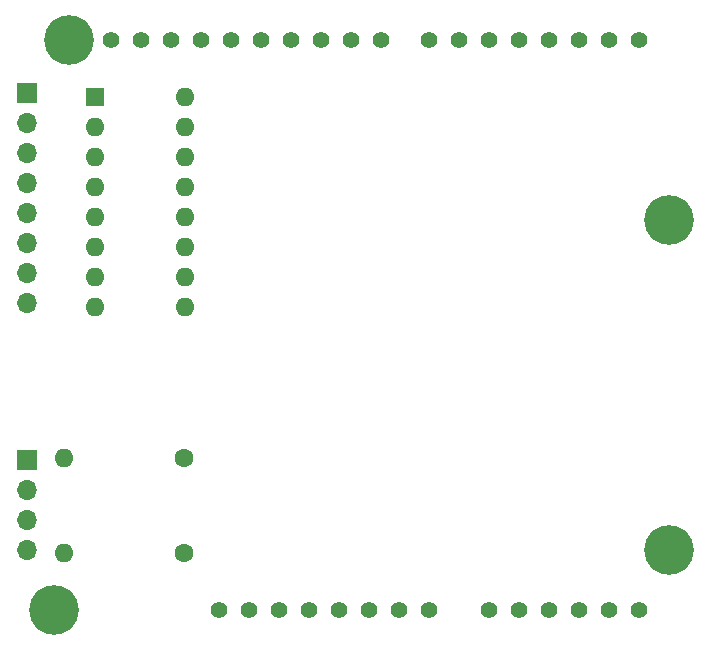
<source format=gbr>
%TF.GenerationSoftware,KiCad,Pcbnew,8.0.4*%
%TF.CreationDate,2024-11-21T12:13:08-05:00*%
%TF.ProjectId,ArduinoUnoR4Shield,41726475-696e-46f5-956e-6f5234536869,1.0*%
%TF.SameCoordinates,Original*%
%TF.FileFunction,Soldermask,Bot*%
%TF.FilePolarity,Negative*%
%FSLAX46Y46*%
G04 Gerber Fmt 4.6, Leading zero omitted, Abs format (unit mm)*
G04 Created by KiCad (PCBNEW 8.0.4) date 2024-11-21 12:13:08*
%MOMM*%
%LPD*%
G01*
G04 APERTURE LIST*
%ADD10R,1.600000X1.600000*%
%ADD11O,1.600000X1.600000*%
%ADD12R,1.700000X1.700000*%
%ADD13O,1.700000X1.700000*%
%ADD14C,1.600000*%
%ADD15C,4.199890*%
%ADD16C,1.422000*%
G04 APERTURE END LIST*
D10*
%TO.C,H-Bridge*%
X124200000Y-73460000D03*
D11*
X124200000Y-76000000D03*
X124200000Y-78540000D03*
X124200000Y-81080000D03*
X124200000Y-83620000D03*
X124200000Y-86160000D03*
X124200000Y-88700000D03*
X124200000Y-91240000D03*
X131820000Y-91240000D03*
X131820000Y-88700000D03*
X131820000Y-86160000D03*
X131820000Y-83620000D03*
X131820000Y-81080000D03*
X131820000Y-78540000D03*
X131820000Y-76000000D03*
X131820000Y-73460000D03*
%TD*%
D12*
%TO.C,J1*%
X118400000Y-73125000D03*
D13*
X118400000Y-75665000D03*
X118400000Y-78205000D03*
X118400000Y-80745000D03*
X118400000Y-83285000D03*
X118400000Y-85825000D03*
X118400000Y-88365000D03*
X118400000Y-90905000D03*
%TD*%
D14*
%TO.C,4.7 MOhms*%
X131660000Y-112000000D03*
D11*
X121500000Y-112000000D03*
%TD*%
D15*
%TO.C,H1*%
X172720000Y-83820010D03*
%TD*%
D14*
%TO.C,330 Ohms*%
X131660000Y-104000000D03*
D11*
X121500000Y-104000000D03*
%TD*%
D16*
%TO.C,U7*%
X152399990Y-68580010D03*
X154939990Y-68580010D03*
X157479990Y-68580010D03*
X160019990Y-68580010D03*
X162559990Y-68580010D03*
X165099990Y-68580010D03*
X167639990Y-68580010D03*
X170179990Y-68580010D03*
%TD*%
%TO.C,U6*%
X125476000Y-68580000D03*
X128016000Y-68580000D03*
X130556000Y-68580000D03*
X133096000Y-68580000D03*
X135636000Y-68580000D03*
X138176000Y-68580000D03*
X140716000Y-68580000D03*
X143256000Y-68580000D03*
X145796000Y-68580000D03*
X148336000Y-68580000D03*
%TD*%
D15*
%TO.C,H4*%
X120650000Y-116840000D03*
%TD*%
D16*
%TO.C,U3*%
X157480000Y-116840000D03*
X160020000Y-116840000D03*
X162560000Y-116840000D03*
X165100000Y-116840000D03*
X167640000Y-116840000D03*
X170180000Y-116840000D03*
%TD*%
%TO.C,U2*%
X134620000Y-116840000D03*
X137160000Y-116840000D03*
X139700000Y-116840000D03*
X142240000Y-116840000D03*
X144780000Y-116840000D03*
X147320000Y-116840000D03*
X149860000Y-116840000D03*
X152400000Y-116840000D03*
%TD*%
D15*
%TO.C,H2*%
X121919990Y-68580010D03*
%TD*%
D12*
%TO.C,J2*%
X118400000Y-104150000D03*
D13*
X118400000Y-106690000D03*
X118400000Y-109230000D03*
X118400000Y-111770000D03*
%TD*%
D15*
%TO.C,H3*%
X172720000Y-111760000D03*
%TD*%
M02*

</source>
